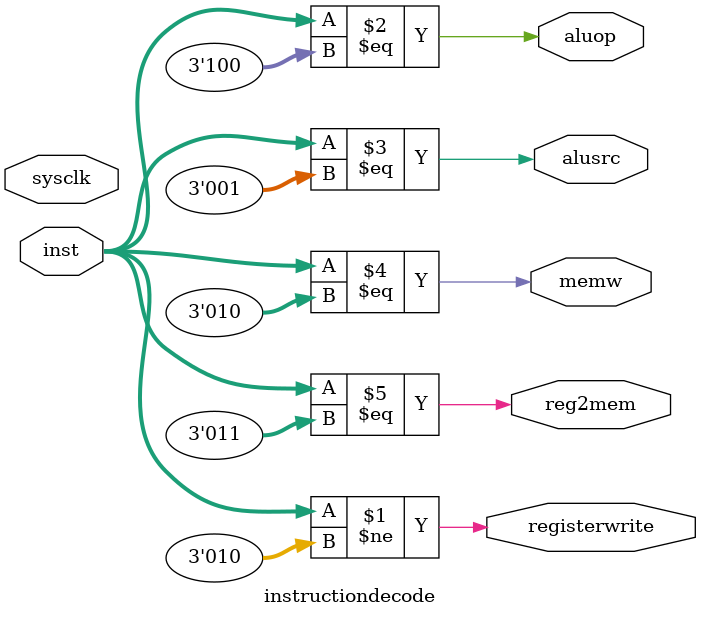
<source format=v>
`timescale 1ns / 1ps

// IF ID EXE MEM WB
module instructiondecode(
        input sysclk,
        input [2:0] inst,
        output registerwrite,
        output aluop,
        output alusrc,
        output memw,
        output reg2mem
    );
    parameter ADD   = 0;
    parameter ADDI  = 1;
    parameter SW    = 2;
    parameter LW    = 3;
    parameter SLL   = 4;

    // if the instruction is not SW, we are writing back to regs
    assign registerwrite = inst != SW;
    // we are adding unless the instruction is SLL
    assign aluop  = inst == SLL;
    // only time immediate data goes right to the ALU is for ADDI
    assign alusrc = inst == ADDI;
    // write to mem if inst == SW
    assign memw = inst == SW;
    // update regs from mem if inst == LW
    assign reg2mem = inst == LW;
endmodule


</source>
